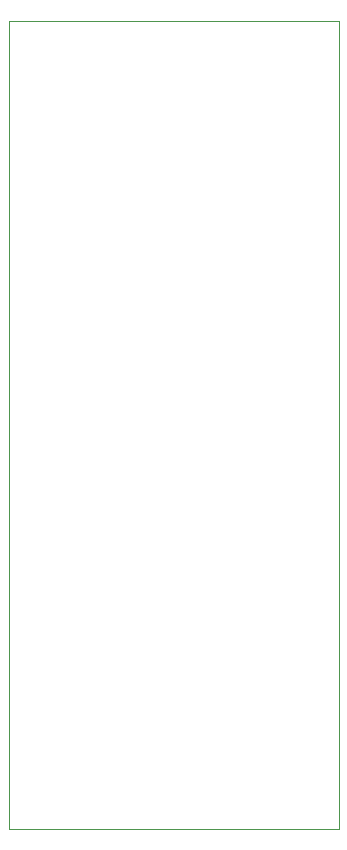
<source format=gbr>
%TF.GenerationSoftware,KiCad,Pcbnew,5.1.5+dfsg1-2build2*%
%TF.CreationDate,2021-06-08T17:36:12+05:30*%
%TF.ProjectId,ESP32-S2,45535033-322d-4533-922e-6b696361645f,rev?*%
%TF.SameCoordinates,Original*%
%TF.FileFunction,Profile,NP*%
%FSLAX46Y46*%
G04 Gerber Fmt 4.6, Leading zero omitted, Abs format (unit mm)*
G04 Created by KiCad (PCBNEW 5.1.5+dfsg1-2build2) date 2021-06-08 17:36:12*
%MOMM*%
%LPD*%
G04 APERTURE LIST*
%ADD10C,0.100000*%
G04 APERTURE END LIST*
D10*
X164865400Y-67082200D02*
X164865400Y-135509800D01*
X136950800Y-67082200D02*
X164865400Y-67082200D01*
X136950800Y-135509800D02*
X136950800Y-67082200D01*
X164865400Y-135509800D02*
X136950800Y-135509800D01*
M02*

</source>
